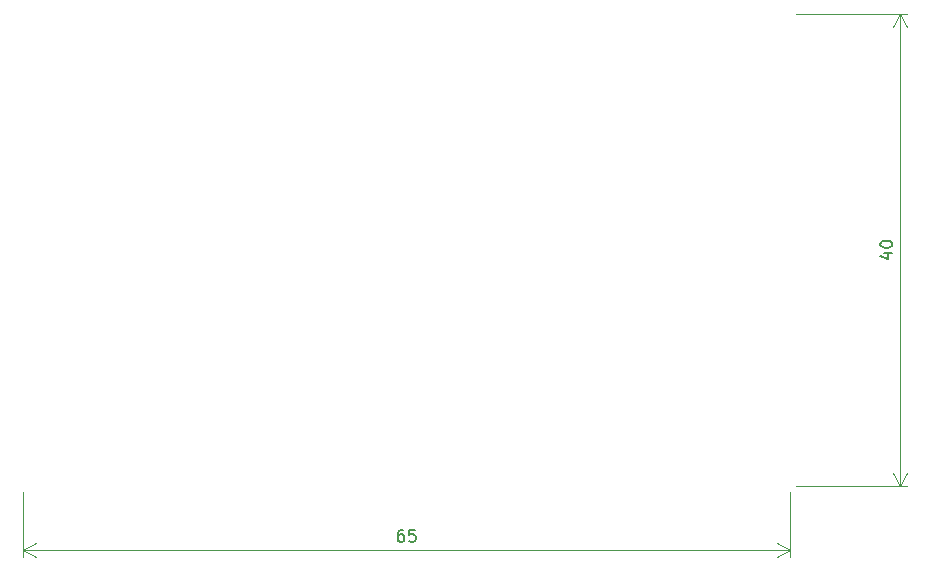
<source format=gbr>
%TF.GenerationSoftware,KiCad,Pcbnew,9.0.4*%
%TF.CreationDate,2025-09-19T16:30:08-07:00*%
%TF.ProjectId,USBCAN-X2,55534243-414e-42d5-9832-2e6b69636164,rev?*%
%TF.SameCoordinates,Original*%
%TF.FileFunction,OtherDrawing,Comment*%
%FSLAX46Y46*%
G04 Gerber Fmt 4.6, Leading zero omitted, Abs format (unit mm)*
G04 Created by KiCad (PCBNEW 9.0.4) date 2025-09-19 16:30:08*
%MOMM*%
%LPD*%
G01*
G04 APERTURE LIST*
%ADD10C,0.150000*%
%ADD11C,0.100000*%
G04 APERTURE END LIST*
D10*
X197938152Y-105285714D02*
X198604819Y-105285714D01*
X197557200Y-105523809D02*
X198271485Y-105761904D01*
X198271485Y-105761904D02*
X198271485Y-105142857D01*
X197604819Y-104571428D02*
X197604819Y-104476190D01*
X197604819Y-104476190D02*
X197652438Y-104380952D01*
X197652438Y-104380952D02*
X197700057Y-104333333D01*
X197700057Y-104333333D02*
X197795295Y-104285714D01*
X197795295Y-104285714D02*
X197985771Y-104238095D01*
X197985771Y-104238095D02*
X198223866Y-104238095D01*
X198223866Y-104238095D02*
X198414342Y-104285714D01*
X198414342Y-104285714D02*
X198509580Y-104333333D01*
X198509580Y-104333333D02*
X198557200Y-104380952D01*
X198557200Y-104380952D02*
X198604819Y-104476190D01*
X198604819Y-104476190D02*
X198604819Y-104571428D01*
X198604819Y-104571428D02*
X198557200Y-104666666D01*
X198557200Y-104666666D02*
X198509580Y-104714285D01*
X198509580Y-104714285D02*
X198414342Y-104761904D01*
X198414342Y-104761904D02*
X198223866Y-104809523D01*
X198223866Y-104809523D02*
X197985771Y-104809523D01*
X197985771Y-104809523D02*
X197795295Y-104761904D01*
X197795295Y-104761904D02*
X197700057Y-104714285D01*
X197700057Y-104714285D02*
X197652438Y-104666666D01*
X197652438Y-104666666D02*
X197604819Y-104571428D01*
D11*
X190500000Y-85000000D02*
X199886420Y-85000000D01*
X199886420Y-125000000D02*
X190500000Y-125000000D01*
X199300000Y-85000000D02*
X199300000Y-125000000D01*
X199300000Y-85000000D02*
X199886421Y-86126504D01*
X199300000Y-85000000D02*
X198713579Y-86126504D01*
X199300000Y-125000000D02*
X198713579Y-123873496D01*
X199300000Y-125000000D02*
X199886421Y-123873496D01*
D10*
X157214285Y-128704819D02*
X157023809Y-128704819D01*
X157023809Y-128704819D02*
X156928571Y-128752438D01*
X156928571Y-128752438D02*
X156880952Y-128800057D01*
X156880952Y-128800057D02*
X156785714Y-128942914D01*
X156785714Y-128942914D02*
X156738095Y-129133390D01*
X156738095Y-129133390D02*
X156738095Y-129514342D01*
X156738095Y-129514342D02*
X156785714Y-129609580D01*
X156785714Y-129609580D02*
X156833333Y-129657200D01*
X156833333Y-129657200D02*
X156928571Y-129704819D01*
X156928571Y-129704819D02*
X157119047Y-129704819D01*
X157119047Y-129704819D02*
X157214285Y-129657200D01*
X157214285Y-129657200D02*
X157261904Y-129609580D01*
X157261904Y-129609580D02*
X157309523Y-129514342D01*
X157309523Y-129514342D02*
X157309523Y-129276247D01*
X157309523Y-129276247D02*
X157261904Y-129181009D01*
X157261904Y-129181009D02*
X157214285Y-129133390D01*
X157214285Y-129133390D02*
X157119047Y-129085771D01*
X157119047Y-129085771D02*
X156928571Y-129085771D01*
X156928571Y-129085771D02*
X156833333Y-129133390D01*
X156833333Y-129133390D02*
X156785714Y-129181009D01*
X156785714Y-129181009D02*
X156738095Y-129276247D01*
X158214285Y-128704819D02*
X157738095Y-128704819D01*
X157738095Y-128704819D02*
X157690476Y-129181009D01*
X157690476Y-129181009D02*
X157738095Y-129133390D01*
X157738095Y-129133390D02*
X157833333Y-129085771D01*
X157833333Y-129085771D02*
X158071428Y-129085771D01*
X158071428Y-129085771D02*
X158166666Y-129133390D01*
X158166666Y-129133390D02*
X158214285Y-129181009D01*
X158214285Y-129181009D02*
X158261904Y-129276247D01*
X158261904Y-129276247D02*
X158261904Y-129514342D01*
X158261904Y-129514342D02*
X158214285Y-129609580D01*
X158214285Y-129609580D02*
X158166666Y-129657200D01*
X158166666Y-129657200D02*
X158071428Y-129704819D01*
X158071428Y-129704819D02*
X157833333Y-129704819D01*
X157833333Y-129704819D02*
X157738095Y-129657200D01*
X157738095Y-129657200D02*
X157690476Y-129609580D01*
D11*
X190000000Y-125500000D02*
X190000000Y-130986420D01*
X125000000Y-130986420D02*
X125000000Y-125500000D01*
X190000000Y-130400000D02*
X125000000Y-130400000D01*
X190000000Y-130400000D02*
X188873496Y-130986421D01*
X190000000Y-130400000D02*
X188873496Y-129813579D01*
X125000000Y-130400000D02*
X126126504Y-129813579D01*
X125000000Y-130400000D02*
X126126504Y-130986421D01*
M02*

</source>
